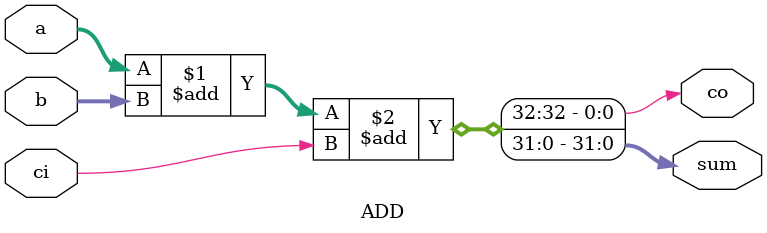
<source format=v>
`timescale 1ns / 1ps
module ADD #(parameter WIDTH = 32) (
    input [WIDTH-1:0] a,
    input [WIDTH-1:0] b,
    input ci,
    output co,
    output [WIDTH-1:0] sum
    );
    assign {co, sum}= a + b + ci;
endmodule

</source>
